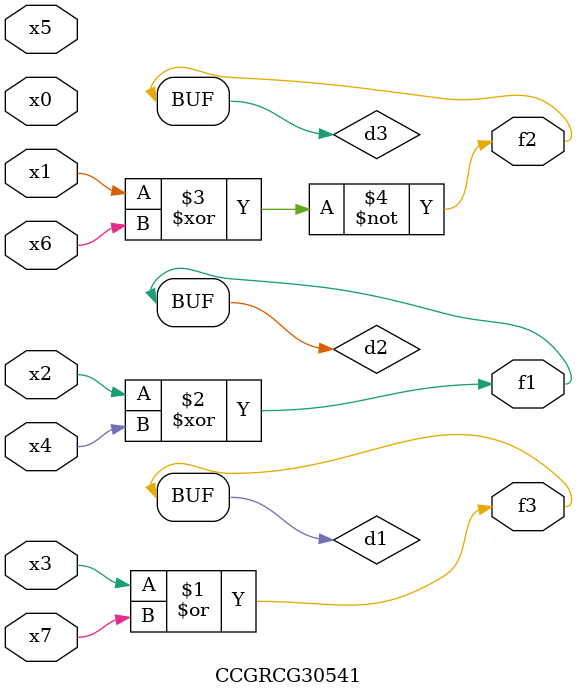
<source format=v>
module CCGRCG30541(
	input x0, x1, x2, x3, x4, x5, x6, x7,
	output f1, f2, f3
);

	wire d1, d2, d3;

	or (d1, x3, x7);
	xor (d2, x2, x4);
	xnor (d3, x1, x6);
	assign f1 = d2;
	assign f2 = d3;
	assign f3 = d1;
endmodule

</source>
